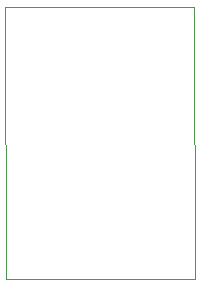
<source format=gko>
%TF.GenerationSoftware,KiCad,Pcbnew,4.0.7*%
%TF.CreationDate,2017-11-15T17:31:17+08:00*%
%TF.ProjectId,rj12,726A31322E6B696361645F7063620000,rev?*%
%TF.FileFunction,Profile,NP*%
%FSLAX46Y46*%
G04 Gerber Fmt 4.6, Leading zero omitted, Abs format (unit mm)*
G04 Created by KiCad (PCBNEW 4.0.7) date 11/15/17 17:31:17*
%MOMM*%
%LPD*%
G01*
G04 APERTURE LIST*
%ADD10C,0.100000*%
G04 APERTURE END LIST*
D10*
X16010000Y0D02*
X16040000Y-23010000D01*
X0Y0D02*
X30000Y-23010000D01*
X0Y0D02*
X16010000Y0D01*
X30000Y-23010000D02*
X16040000Y-23010000D01*
M02*

</source>
